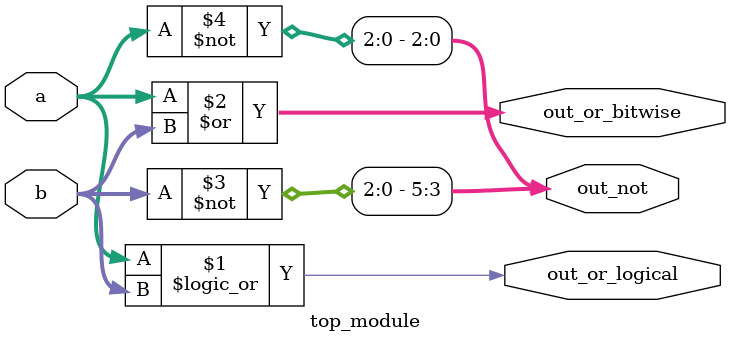
<source format=v>
module top_module (
    input  wire [2:0] a,
    input  wire [2:0] b,
    output wire       out_or_logical,
    output wire [2:0] out_or_bitwise,
    output wire [5:0] out_not
);
    wire [5:0] c;

    assign out_or_logical = a || b;
    assign out_or_bitwise = a | b;
    assign   out_not[5:3] = ~b[2:0]; 
    assign   out_not[2:0] = ~a[2:0]; 
endmodule

</source>
